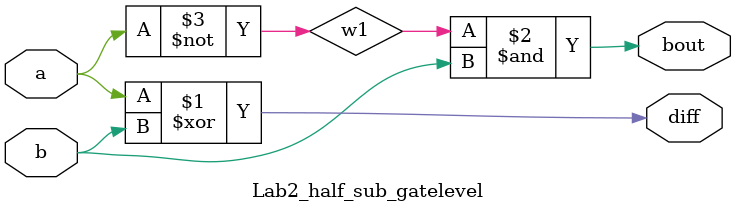
<source format=v>
module Lab2_half_sub_gatelevel(input a, b, output diff, bout);


wire w1;

not  G1(w1,a);
xor  #(4) G2(diff,a,b);
and  #(2) G3(bout,w1,b);

endmodule

</source>
